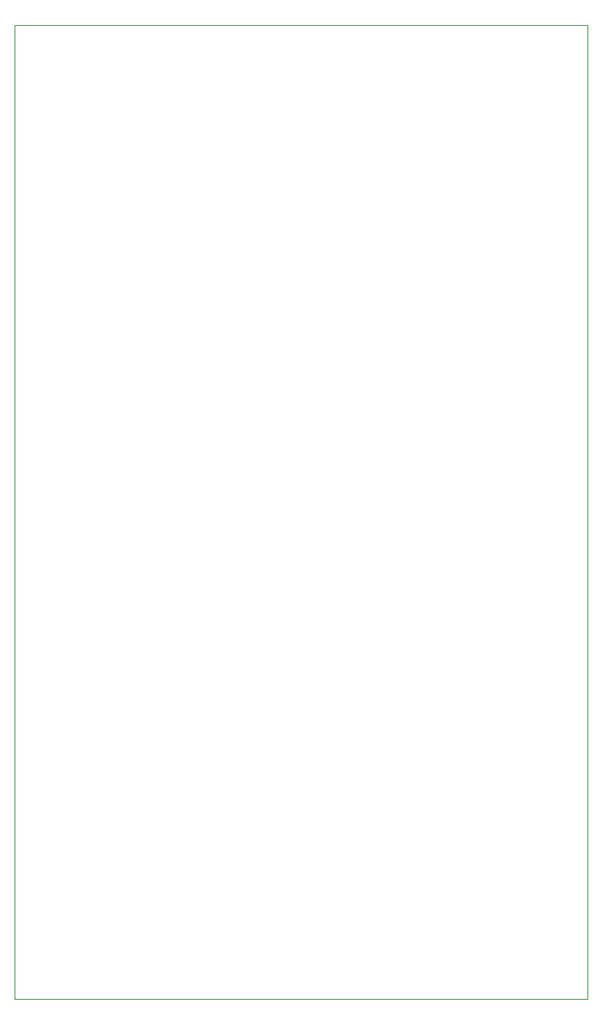
<source format=gm1>
G04 #@! TF.GenerationSoftware,KiCad,Pcbnew,(6.0.4)*
G04 #@! TF.CreationDate,2023-11-12T14:03:14+01:00*
G04 #@! TF.ProjectId,Mixer_BACK,4d697865-725f-4424-9143-4b2e6b696361,rev?*
G04 #@! TF.SameCoordinates,Original*
G04 #@! TF.FileFunction,Profile,NP*
%FSLAX46Y46*%
G04 Gerber Fmt 4.6, Leading zero omitted, Abs format (unit mm)*
G04 Created by KiCad (PCBNEW (6.0.4)) date 2023-11-12 14:03:14*
%MOMM*%
%LPD*%
G01*
G04 APERTURE LIST*
G04 #@! TA.AperFunction,Profile*
%ADD10C,0.100000*%
G04 #@! TD*
G04 APERTURE END LIST*
D10*
X144000000Y-48010000D02*
X144000000Y-148010000D01*
X84000000Y-148010000D02*
X84000000Y-48010000D01*
X84000000Y-46010000D02*
X144000000Y-46010000D01*
X144000000Y-148010000D02*
X84000000Y-148010000D01*
X84000000Y-48010000D02*
X84000000Y-46010000D01*
X144000000Y-48010000D02*
X144000000Y-46010000D01*
M02*

</source>
